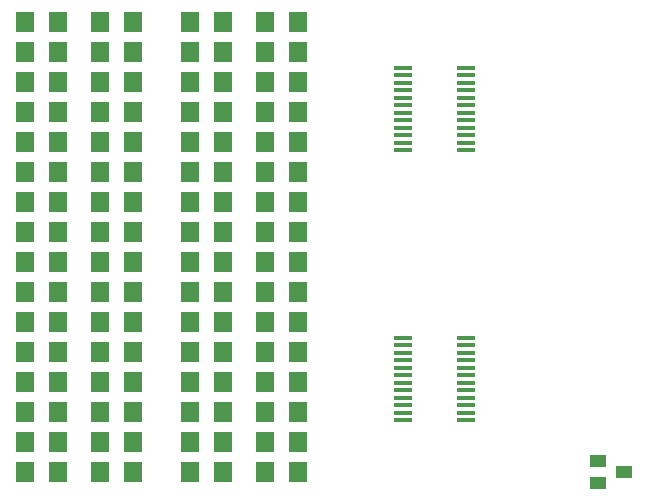
<source format=gtp>
G75*
%MOIN*%
%OFA0B0*%
%FSLAX25Y25*%
%IPPOS*%
%LPD*%
%AMOC8*
5,1,8,0,0,1.08239X$1,22.5*
%
%ADD10R,0.06299X0.07087*%
%ADD11R,0.05906X0.01772*%
%ADD12R,0.05512X0.03937*%
D10*
X0050988Y0091833D03*
X0050988Y0101833D03*
X0062012Y0101833D03*
X0062012Y0091833D03*
X0075988Y0091833D03*
X0075988Y0101833D03*
X0075988Y0111833D03*
X0075988Y0121833D03*
X0075988Y0131833D03*
X0075988Y0141833D03*
X0075988Y0151833D03*
X0075988Y0161833D03*
X0075988Y0171833D03*
X0075988Y0181833D03*
X0075988Y0191833D03*
X0075988Y0201833D03*
X0075988Y0211833D03*
X0075988Y0221833D03*
X0075988Y0231833D03*
X0075988Y0241833D03*
X0087012Y0241833D03*
X0087012Y0231833D03*
X0087012Y0221833D03*
X0087012Y0211833D03*
X0087012Y0201833D03*
X0087012Y0191833D03*
X0087012Y0181833D03*
X0087012Y0171833D03*
X0087012Y0161833D03*
X0087012Y0151833D03*
X0087012Y0141833D03*
X0087012Y0131833D03*
X0087012Y0121833D03*
X0087012Y0111833D03*
X0087012Y0101833D03*
X0087012Y0091833D03*
X0105988Y0091833D03*
X0105988Y0101833D03*
X0117012Y0101833D03*
X0117012Y0091833D03*
X0130988Y0091833D03*
X0130988Y0101833D03*
X0142012Y0101833D03*
X0142012Y0091833D03*
X0142012Y0111833D03*
X0142012Y0121833D03*
X0142012Y0131833D03*
X0130988Y0131833D03*
X0130988Y0121833D03*
X0130988Y0111833D03*
X0117012Y0111833D03*
X0117012Y0121833D03*
X0117012Y0131833D03*
X0105988Y0131833D03*
X0105988Y0121833D03*
X0105988Y0111833D03*
X0105988Y0141833D03*
X0105988Y0151833D03*
X0117012Y0151833D03*
X0117012Y0141833D03*
X0130988Y0141833D03*
X0130988Y0151833D03*
X0142012Y0151833D03*
X0142012Y0141833D03*
X0142012Y0161833D03*
X0142012Y0171833D03*
X0142012Y0181833D03*
X0130988Y0181833D03*
X0130988Y0171833D03*
X0130988Y0161833D03*
X0117012Y0161833D03*
X0117012Y0171833D03*
X0117012Y0181833D03*
X0105988Y0181833D03*
X0105988Y0171833D03*
X0105988Y0161833D03*
X0105988Y0191833D03*
X0105988Y0201833D03*
X0117012Y0201833D03*
X0117012Y0191833D03*
X0130988Y0191833D03*
X0130988Y0201833D03*
X0142012Y0201833D03*
X0142012Y0191833D03*
X0142012Y0211833D03*
X0142012Y0221833D03*
X0130988Y0221833D03*
X0130988Y0211833D03*
X0117012Y0211833D03*
X0117012Y0221833D03*
X0105988Y0221833D03*
X0105988Y0211833D03*
X0105988Y0231833D03*
X0105988Y0241833D03*
X0117012Y0241833D03*
X0117012Y0231833D03*
X0130988Y0231833D03*
X0130988Y0241833D03*
X0142012Y0241833D03*
X0142012Y0231833D03*
X0062012Y0231833D03*
X0062012Y0241833D03*
X0050988Y0241833D03*
X0050988Y0231833D03*
X0050988Y0221833D03*
X0050988Y0211833D03*
X0062012Y0211833D03*
X0062012Y0221833D03*
X0062012Y0201833D03*
X0062012Y0191833D03*
X0050988Y0191833D03*
X0050988Y0201833D03*
X0050988Y0181833D03*
X0050988Y0171833D03*
X0050988Y0161833D03*
X0062012Y0161833D03*
X0062012Y0171833D03*
X0062012Y0181833D03*
X0062012Y0151833D03*
X0062012Y0141833D03*
X0050988Y0141833D03*
X0050988Y0151833D03*
X0050988Y0131833D03*
X0050988Y0121833D03*
X0050988Y0111833D03*
X0062012Y0111833D03*
X0062012Y0121833D03*
X0062012Y0131833D03*
D11*
X0176909Y0131583D03*
X0176909Y0129083D03*
X0176909Y0126583D03*
X0176909Y0124083D03*
X0176909Y0121583D03*
X0176909Y0119083D03*
X0176909Y0116583D03*
X0176909Y0114083D03*
X0176909Y0111583D03*
X0176909Y0109083D03*
X0198091Y0109083D03*
X0198091Y0111583D03*
X0198091Y0114083D03*
X0198091Y0116583D03*
X0198091Y0119083D03*
X0198091Y0121583D03*
X0198091Y0124083D03*
X0198091Y0126583D03*
X0198091Y0129083D03*
X0198091Y0131583D03*
X0198091Y0134083D03*
X0198091Y0136583D03*
X0176909Y0136583D03*
X0176909Y0134083D03*
X0176909Y0199083D03*
X0176909Y0201583D03*
X0176909Y0204083D03*
X0176909Y0206583D03*
X0176909Y0209083D03*
X0176909Y0211583D03*
X0176909Y0214083D03*
X0176909Y0216583D03*
X0176909Y0219083D03*
X0176909Y0221583D03*
X0176909Y0224083D03*
X0176909Y0226583D03*
X0198091Y0226583D03*
X0198091Y0224083D03*
X0198091Y0221583D03*
X0198091Y0219083D03*
X0198091Y0216583D03*
X0198091Y0214083D03*
X0198091Y0211583D03*
X0198091Y0209083D03*
X0198091Y0206583D03*
X0198091Y0204083D03*
X0198091Y0201583D03*
X0198091Y0199083D03*
D12*
X0242169Y0095573D03*
X0242169Y0088093D03*
X0250831Y0091833D03*
M02*

</source>
